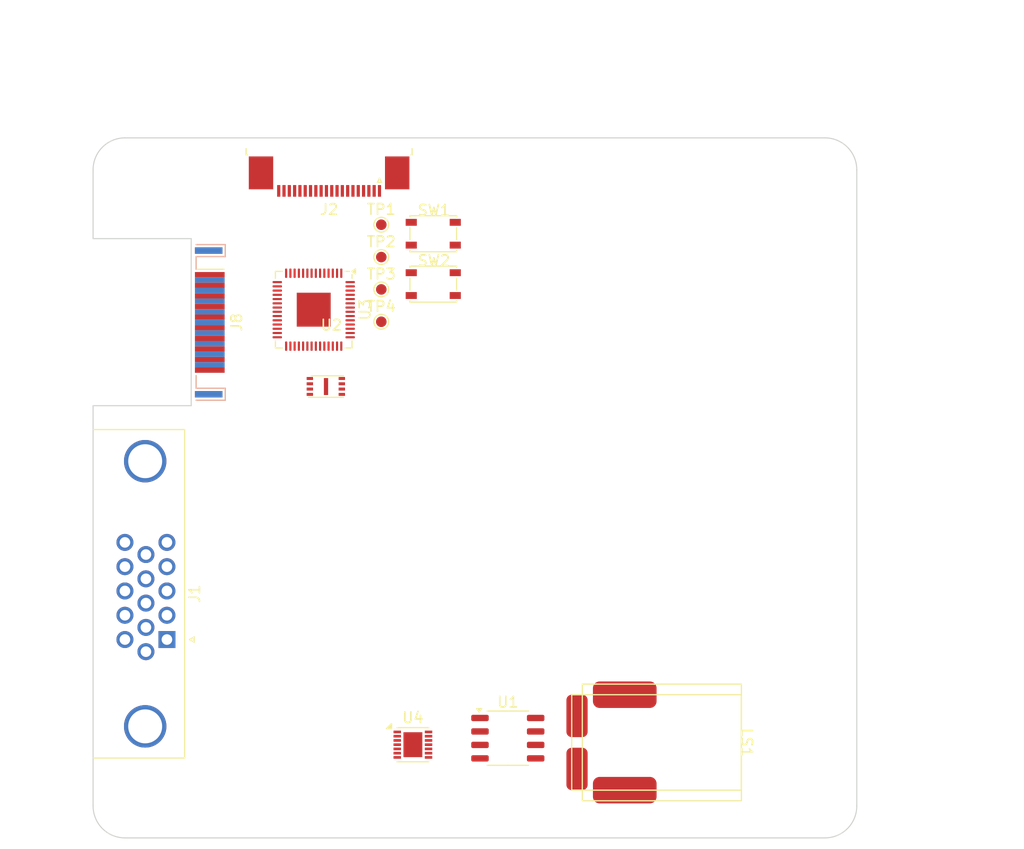
<source format=kicad_pcb>
(kicad_pcb (version 20240108) (generator "pcbnew") (generator_version "8.0")
  (layers (0 "F.Cu" signal) (31 "B.Cu" signal) (34 "B.Paste" user) (35 "F.Paste" user) (36 "B.SilkS" user "B.Silkscreen") (37 "F.SilkS" user "F.Silkscreen") (38 "B.Mask" user) (39 "F.Mask" user) (44 "Edge.Cuts" user))
  (net 0 "")
  (net 4 "GND")
  (net 5 "Net-(J1-Pad1)")
  (net 6 "Net-(J1-Pad14)")
  (net 7 "Net-(J1-Pad2)")
  (net 8 "Net-(J1-Pad13)")
  (net 11 "Net-(J1-Pad3)")
  (net 34 "/rp2040_hdmi/DVI_D0-")
  (net 35 "Net-(J8-CEC)")
  (net 36 "/rp2040_hdmi/DVI_D2+")
  (net 37 "/rp2040_hdmi/DVI_D1-")
  (net 38 "/rp2040_hdmi/DVI_D1+")
  (net 39 "+5V")
  (net 40 "/rp2040_hdmi/uC_DVI_SDA")
  (net 41 "/rp2040_hdmi/DVI_D2-")
  (net 42 "/rp2040_hdmi/DVI_CK-")
  (net 43 "/rp2040_hdmi/DVI_CK+")
  (net 44 "/rp2040_hdmi/DVI_D0+")
  (net 46 "/rp2040_hdmi/uC_DVI_SCL")
  (net 47 "Net-(U1-VOI1)")
  (net 48 "Net-(U1-VO2)")
  (net 49 "/rp2040_hdmi/RUN_~{RST}")
  (net 50 "Net-(R13-Pad2)")
  (net 51 "+3V3")
  (net 52 "/rp2040_hdmi/SWCLK")
  (net 53 "/rp2040_hdmi/SWDIO")
  (net 60 "/rp2040_hdmi/FLASH_SDO")
  (net 61 "/rp2040_hdmi/FLASH_SCK")
  (net 62 "/rp2040_hdmi/FLASH_~{CS}")
  (net 63 "/rp2040_hdmi/FLASH_SD3")
  (net 64 "/rp2040_hdmi/FLASH_SD1")
  (net 65 "/rp2040_hdmi/FLASH_SD2")
  (net 66 "/rp2040_hdmi/RP2040_XOUT")
  (net 67 "/rp2040_hdmi/USB_DX+")
  (net 68 "/rp2040_hdmi/PMOD1_1")
  (net 69 "/rp2040_hdmi/PMOD1_7")
  (net 70 "/rp2040_hdmi/PMOD1_6")
  (net 71 "/rp2040_hdmi/PMOD0_4")
  (net 72 "/rp2040_hdmi/PMOD0_2")
  (net 73 "/rp2040_hdmi/PMOD1_0")
  (net 75 "/rp2040_hdmi/PMOD0_0")
  (net 76 "/rp2040_hdmi/PMOD1_5")
  (net 77 "/rp2040_hdmi/PMOD1_3")
  (net 78 "/rp2040_hdmi/uC_DVI_CEC")
  (net 79 "/rp2040_hdmi/UART_RX")
  (net 80 "+1V1")
  (net 81 "/rp2040_hdmi/USB_DX-")
  (net 82 "/rp2040_hdmi/PMOD1_4")
  (net 83 "/rp2040_hdmi/PMOD0_6")
  (net 84 "/rp2040_hdmi/PMOD1_2")
  (net 85 "/rp2040_hdmi/PMOD0_5")
  (net 86 "/rp2040_hdmi/PMOD0_1")
  (net 87 "/rp2040_hdmi/RP2040_XIN")
  (net 88 "/rp2040_hdmi/PMOD0_7")
  (net 89 "/rp2040_hdmi/UART_TX")
  (net 90 "/rp2040_hdmi/PMOD0_3")
  (net 91 "Net-(U4-CG)")
  (net 92 "Net-(U4-CT)")
  (net 93 "Net-(U4-MICOUT)")
  (net 94 "Net-(U4-BIAS)")
  (net 95 "/max9814/TH")
  (net 96 "Net-(U4-MICBIAS)")
  (net 97 "/max9814/Gain")
  (net 98 "Net-(U4-MICIN)")
  (footprint "Connector_HDMI:HDMI_A_Contact_Technology_HDMI-19APL2_Horizontal" (layer "F.Cu") (at 102 82.4 -90)
    (property "Reference" "J8" (at -0.01 -2.53 90) (layer "F.SilkS"))
    (property "Value" "HDMI_A")
    (fp_line (start -7.34 1.29) (end -7.34 -1.46) (stroke (width 0.12)) (layer "B.SilkS"))
    (fp_line (start -6.21 1.29) (end -5.01 1.29) (stroke (width 0.12)) (layer "B.SilkS"))
    (fp_line (start 6.21 1.29) (end 5.01 1.29) (stroke (width 0.12)) (layer "B.SilkS"))
    (fp_line (start 7.34 1.29) (end 7.34 -1.46) (stroke (width 0.12)) (layer "B.SilkS"))
    (fp_line (start -7.34 -1.46) (end -6.21 -1.46) (stroke (width 0.12)) (layer "B.SilkS"))
    (fp_line (start -6.21 -1.46) (end -6.21 1.29) (stroke (width 0.12)) (layer "B.SilkS"))
    (fp_line (start 6.21 -1.46) (end 6.21 1.29) (stroke (width 0.12)) (layer "B.SilkS"))
    (fp_line (start 7.34 -1.46) (end 6.21 -1.46) (stroke (width 0.12)) (layer "B.SilkS"))
    (fp_line (start -7.34 1.29) (end -7.34 -1.46) (stroke (width 0.12)) (layer "F.SilkS"))
    (fp_line (start -6.21 1.29) (end -5.01 1.29) (stroke (width 0.12)) (layer "F.SilkS"))
    (fp_line (start -5.01 1.29) (end -5.01 -1.34) (stroke (width 0.12)) (layer "F.SilkS"))
    (fp_line (start 6.21 1.29) (end 5.01 1.29) (stroke (width 0.12)) (layer "F.SilkS"))
    (fp_line (start 7.34 1.29) (end 7.34 -1.46) (stroke (width 0.12)) (layer "F.SilkS"))
    (fp_line (start -7.34 -1.46) (end -6.21 -1.46) (stroke (width 0.12)) (layer "F.SilkS"))
    (fp_line (start -6.21 -1.46) (end -6.21 1.29) (stroke (width 0.12)) (layer "F.SilkS"))
    (fp_line (start 6.21 -1.46) (end 6.21 1.29) (stroke (width 0.12)) (layer "F.SilkS"))
    (fp_line (start 7.34 -1.46) (end 6.21 -1.46) (stroke (width 0.12)) (layer "F.SilkS"))
    (pad "1" smd rect (at -4.5 0 270) (size 0.5 2.8) (layers "F.Cu" "F.Paste" "F.Mask") (net 36 "/rp2040_hdmi/DVI_D2+"))
    (pad "2" smd rect (at -4 0 270) (size 0.5 2.8) (layers "B.Cu" "B.Paste" "B.Mask") (net 4 "GND"))
    (pad "3" smd rect (at -3.5 0 270) (size 0.5 2.8) (layers "F.Cu" "F.Paste" "F.Mask") (net 41 "/rp2040_hdmi/DVI_D2-"))
    (pad "4" smd rect (at -3 0 270) (size 0.5 2.8) (layers "B.Cu" "B.Paste" "B.Mask") (net 38 "/rp2040_hdmi/DVI_D1+"))
    (pad "5" smd rect (at -2.5 0 270) (size 0.5 2.8) (layers "F.Cu" "F.Paste" "F.Mask") (net 4 "GND"))
    (pad "6" smd rect (at -2 0 270) (size 0.5 2.8) (layers "B.Cu" "B.Paste" "B.Mask") (net 37 "/rp2040_hdmi/DVI_D1-"))
    (pad "7" smd rect (at -1.5 0 270) (size 0.5 2.8) (layers "F.Cu" "F.Paste" "F.Mask") (net 44 "/rp2040_hdmi/DVI_D0+"))
    (pad "8" smd rect (at -1 0 270) (size 0.5 2.8) (layers "B.Cu" "B.Paste" "B.Mask") (net 4 "GND"))
    (pad "9" smd rect (at -0.5 0 270) (size 0.5 2.8) (layers "F.Cu" "F.Paste" "F.Mask") (net 34 "/rp2040_hdmi/DVI_D0-"))
    (pad "10" smd rect (at 0 0 270) (size 0.5 2.8) (layers "B.Cu" "B.Paste" "B.Mask") (net 43 "/rp2040_hdmi/DVI_CK+"))
    (pad "11" smd rect (at 0.5 0 270) (size 0.5 2.8) (layers "F.Cu" "F.Paste" "F.Mask") (net 4 "GND"))
    (pad "12" smd rect (at 1 0 270) (size 0.5 2.8) (layers "B.Cu" "B.Paste" "B.Mask") (net 42 "/rp2040_hdmi/DVI_CK-"))
    (pad "13" smd rect (at 1.5 0 270) (size 0.5 2.8) (layers "F.Cu" "F.Paste" "F.Mask") (net 35 "Net-(J8-CEC)"))
    (pad "14" smd rect (at 2 0 270) (size 0.5 2.8) (layers "B.Cu" "B.Paste" "B.Mask"))
    (pad "15" smd rect (at 2.5 0 270) (size 0.5 2.8) (layers "F.Cu" "F.Paste" "F.Mask") (net 46 "/rp2040_hdmi/uC_DVI_SCL"))
    (pad "16" smd rect (at 3 0 270) (size 0.5 2.8) (layers "B.Cu" "B.Paste" "B.Mask") (net 40 "/rp2040_hdmi/uC_DVI_SDA"))
    (pad "17" smd rect (at 3.5 0 270) (size 0.5 2.8) (layers "F.Cu" "F.Paste" "F.Mask") (net 4 "GND"))
    (pad "18" smd rect (at 4 0 270) (size 0.5 2.8) (layers "B.Cu" "B.Paste" "B.Mask") (net 39 "+5V"))
    (pad "19" smd rect (at 4.5 0 270) (size 0.5 2.8) (layers "F.Cu" "F.Paste" "F.Mask"))
    (pad "SH" smd rect (at -6.775 0.1 270) (size 0.6 2.6) (layers "F.Cu" "F.Paste" "F.Mask") (net 4 "GND"))
    (pad "SH" smd rect (at -6.775 0.1 270) (size 0.6 2.6) (layers "B.Cu" "B.Paste" "B.Mask") (net 4 "GND"))
    (pad "SH" smd rect (at 6.775 0.1 270) (size 0.6 2.6) (layers "F.Cu" "F.Paste" "F.Mask") (net 4 "GND"))
    (pad "SH" smd rect (at 6.775 0.1 270) (size 0.6 2.6) (layers "B.Cu" "B.Paste" "B.Mask") (net 4 "GND"))
  )
  (footprint "my_footprint:KEY-SMD_4P-L4.2-W3.4-P2.15-LS4.5-TL" (layer "F.Cu") (at 123.127 74.1105)
    (property "Reference" "SW1" (at 0 -2.286 0) (layer "F.SilkS"))
    (property "Value" "SW_Push")
    (fp_line (start -2.256 -1.772) (end -2.256 -1.652) (stroke (width 0.12)) (layer "F.SilkS"))
    (fp_line (start -2.256 -0.642) (end -2.256 0.498) (stroke (width 0.12)) (layer "F.SilkS"))
    (fp_line (start -2.256 1.508) (end -2.256 1.628) (stroke (width 0.12)) (layer "F.SilkS"))
    (fp_line (start -2.256 1.628) (end 2.144 1.628) (stroke (width 0.12)) (layer "F.SilkS"))
    (fp_line (start 2.144 -1.772) (end -2.256 -1.772) (stroke (width 0.12)) (layer "F.SilkS"))
    (fp_line (start 2.144 -1.652) (end 2.144 -1.772) (stroke (width 0.12)) (layer "F.SilkS"))
    (fp_line (start 2.144 0.498) (end 2.144 -0.642) (stroke (width 0.12)) (layer "F.SilkS"))
    (fp_line (start 2.144 1.628) (end 2.144 1.508) (stroke (width 0.12)) (layer "F.SilkS"))
    (pad "1" smd rect (at -2.131 -1.147) (size 1.05 0.65) (layers "F.Cu" "F.Paste" "F.Mask") (net 4 "GND"))
    (pad "1" smd rect (at 2.019 -1.147) (size 1.05 0.65) (layers "F.Cu" "F.Paste" "F.Mask") (net 4 "GND"))
    (pad "2" smd rect (at -2.131 1.003) (size 1.05 0.65) (layers "F.Cu" "F.Paste" "F.Mask") (net 49 "/rp2040_hdmi/RUN_~{RST}"))
    (pad "2" smd rect (at 2.019 1.003) (size 1.05 0.65) (layers "F.Cu" "F.Paste" "F.Mask") (net 49 "/rp2040_hdmi/RUN_~{RST}"))
  )
  (footprint "my_footprint:KEY-SMD_4P-L4.2-W3.4-P2.15-LS4.5-TL" (layer "F.Cu") (at 123.127 78.8605)
    (property "Reference" "SW2" (at 0 -2.286 0) (layer "F.SilkS"))
    (property "Value" "SW_Push")
    (fp_line (start -2.256 -1.772) (end -2.256 -1.652) (stroke (width 0.12)) (layer "F.SilkS"))
    (fp_line (start -2.256 -0.642) (end -2.256 0.498) (stroke (width 0.12)) (layer "F.SilkS"))
    (fp_line (start -2.256 1.508) (end -2.256 1.628) (stroke (width 0.12)) (layer "F.SilkS"))
    (fp_line (start -2.256 1.628) (end 2.144 1.628) (stroke (width 0.12)) (layer "F.SilkS"))
    (fp_line (start 2.144 -1.772) (end -2.256 -1.772) (stroke (width 0.12)) (layer "F.SilkS"))
    (fp_line (start 2.144 -1.652) (end 2.144 -1.772) (stroke (width 0.12)) (layer "F.SilkS"))
    (fp_line (start 2.144 0.498) (end 2.144 -0.642) (stroke (width 0.12)) (layer "F.SilkS"))
    (fp_line (start 2.144 1.628) (end 2.144 1.508) (stroke (width 0.12)) (layer "F.SilkS"))
    (pad "1" smd rect (at -2.131 -1.147) (size 1.05 0.65) (layers "F.Cu" "F.Paste" "F.Mask") (net 4 "GND"))
    (pad "1" smd rect (at 2.019 -1.147) (size 1.05 0.65) (layers "F.Cu" "F.Paste" "F.Mask") (net 4 "GND"))
    (pad "2" smd rect (at -2.131 1.003) (size 1.05 0.65) (layers "F.Cu" "F.Paste" "F.Mask") (net 50 "Net-(R13-Pad2)"))
    (pad "2" smd rect (at 2.019 1.003) (size 1.05 0.65) (layers "F.Cu" "F.Paste" "F.Mask") (net 50 "Net-(R13-Pad2)"))
  )
  (footprint "MountingHole:MountingHole_2.2mm_M2" (layer "F.Cu") (at 94 68)
    (property "Reference" "H1" (hide yes))
    (property "Value" "MountingHole")
    (pad "" np_thru_hole circle (at 0 0) (size 2.2 2.2) (drill 2.2) (layers "F&B.Cu" "*.Mask"))
  )
  (footprint "TestPoint:TestPoint_Pad_D1.0mm" (layer "F.Cu") (at 118.171 76.2385)
    (property "Reference" "TP2" (at 0 -1.448 0) (layer "F.SilkS"))
    (property "Value" "TestPoint")
    (fp_circle (center 0 0) (end 0 0.7) (stroke (width 0.12)) (fill none) (layer "F.SilkS"))
    (pad "1" smd circle (at 0 0) (size 1 1) (layers "F.Cu" "F.Mask") (net 52 "/rp2040_hdmi/SWCLK"))
  )
  (footprint "MountingHole:MountingHole_2.2mm_M2" (layer "F.Cu") (at 160 68)
    (property "Reference" "H3" (hide yes))
    (property "Value" "MountingHole")
    (pad "" np_thru_hole circle (at 0 0) (size 2.2 2.2) (drill 2.2) (layers "F&B.Cu" "*.Mask"))
  )
  (footprint "Package_DFN_QFN:DFN-14-1EP_3x3mm_P0.4mm_EP1.78x2.35mm" (layer "F.Cu") (at 121.15 122.2125)
    (property "Reference" "U4" (at 0 -2.55 0) (layer "F.SilkS"))
    (property "Value" "MAX9814")
    (fp_line (start -1.5 -1.61) (end 1.5 -1.61) (stroke (width 0.12)) (layer "F.SilkS"))
    (fp_line (start -1.5 1.61) (end 1.5 1.61) (stroke (width 0.12)) (layer "F.SilkS"))
    (fp_poly (pts (xy -2.01 -1.51) (xy -2.49 -1.51) (xy -2.01 -1.99) (xy -2.01 -1.51)) (stroke (width 0.12)) (fill solid) (layer "F.SilkS"))
    (pad "1" smd rect (at -1.475 -1.2) (size 0.7 0.25) (layers "F.Cu" "F.Paste" "F.Mask") (net 92 "Net-(U4-CT)"))
    (pad "2" smd rect (at -1.475 -0.8) (size 0.7 0.25) (layers "F.Cu" "F.Paste" "F.Mask") (net 51 "+3V3"))
    (pad "3" smd rect (at -1.475 -0.4) (size 0.7 0.25) (layers "F.Cu" "F.Paste" "F.Mask") (net 91 "Net-(U4-CG)"))
    (pad "4" smd rect (at -1.475 0) (size 0.7 0.25) (layers "F.Cu" "F.Paste" "F.Mask") (net 4 "GND"))
    (pad "5" smd rect (at -1.475 0.4) (size 0.7 0.25) (layers "F.Cu" "F.Paste" "F.Mask") (net 51 "+3V3"))
    (pad "6" smd rect (at -1.475 0.8) (size 0.7 0.25) (layers "F.Cu" "F.Paste" "F.Mask") (net 93 "Net-(U4-MICOUT)"))
    (pad "7" smd rect (at -1.475 1.2) (size 0.7 0.25) (layers "F.Cu" "F.Paste" "F.Mask") (net 4 "GND"))
    (pad "8" smd rect (at 1.475 1.2) (size 0.7 0.25) (layers "F.Cu" "F.Paste" "F.Mask") (net 98 "Net-(U4-MICIN)"))
    (pad "9" smd rect (at 1.475 0.8) (size 0.7 0.25) (layers "F.Cu" "F.Paste" "F.Mask") (net 4 "GND"))
    (pad "10" smd rect (at 1.475 0.4) (size 0.7 0.25) (layers "F.Cu" "F.Paste" "F.Mask") (net 97 "/max9814/Gain"))
    (pad "11" smd rect (at 1.475 0) (size 0.7 0.25) (layers "F.Cu" "F.Paste" "F.Mask") (net 4 "GND"))
    (pad "12" smd rect (at 1.475 -0.4) (size 0.7 0.25) (layers "F.Cu" "F.Paste" "F.Mask") (net 94 "Net-(U4-BIAS)"))
    (pad "13" smd rect (at 1.475 -0.8) (size 0.7 0.25) (layers "F.Cu" "F.Paste" "F.Mask") (net 96 "Net-(U4-MICBIAS)"))
    (pad "14" smd rect (at 1.475 -1.2) (size 0.7 0.25) (layers "F.Cu" "F.Paste" "F.Mask") (net 95 "/max9814/TH"))
    (pad "15" smd rect (at 0 0) (size 1.78 2.35) (layers "F.Cu" "F.Mask") (net 4 "GND"))
  )
  (footprint "TestPoint:TestPoint_Pad_D1.0mm" (layer "F.Cu") (at 118.171 79.2885)
    (property "Reference" "TP3" (at 0 -1.448 0) (layer "F.SilkS"))
    (property "Value" "TestPoint")
    (fp_circle (center 0 0) (end 0 0.7) (stroke (width 0.12)) (fill none) (layer "F.SilkS"))
    (pad "1" smd circle (at 0 0) (size 1 1) (layers "F.Cu" "F.Mask") (net 53 "/rp2040_hdmi/SWDIO"))
  )
  (footprint "Connector_FFC-FPC:TE_2-1734839-0_1x20-1MP_P0.5mm_Horizontal" (layer "F.Cu") (at 113.25 68.65 180)
    (property "Reference" "J2" (at 0 -3.1 180) (layer "F.SilkS"))
    (property "Value" "Conn_01x20_MountingPin")
    (fp_line (start 7.825 2.04) (end 7.825 2.64) (stroke (width 0.12)) (layer "F.SilkS"))
    (fp_line (start 7.715 2.04) (end 7.825 2.04) (stroke (width 0.12)) (layer "F.SilkS"))
    (fp_line (start -4.55 -0.55) (end -4.95 -0.55) (stroke (width 0.12)) (layer "F.SilkS"))
    (fp_line (start -4.75 -0.15) (end -4.55 -0.55) (stroke (width 0.12)) (layer "F.SilkS"))
    (fp_line (start -4.95 -0.55) (end -4.75 -0.15) (stroke (width 0.12)) (layer "F.SilkS"))
    (fp_line (start -7.715 2.04) (end -7.825 2.04) (stroke (width 0.12)) (layer "F.SilkS"))
    (fp_line (start -7.825 2.04) (end -7.825 2.64) (stroke (width 0.12)) (layer "F.SilkS"))
    (pad "1" smd rect (at -4.75 -1.35 180) (size 0.3 1.1) (layers "F.Cu" "F.Paste" "F.Mask"))
    (pad "2" smd rect (at -4.25 -1.35 180) (size 0.3 1.1) (layers "F.Cu" "F.Paste" "F.Mask"))
    (pad "3" smd rect (at -3.75 -1.35 180) (size 0.3 1.1) (layers "F.Cu" "F.Paste" "F.Mask"))
    (pad "4" smd rect (at -3.25 -1.35 180) (size 0.3 1.1) (layers "F.Cu" "F.Paste" "F.Mask"))
    (pad "5" smd rect (at -2.75 -1.35 180) (size 0.3 1.1) (layers "F.Cu" "F.Paste" "F.Mask"))
    (pad "6" smd rect (at -2.25 -1.35 180) (size 0.3 1.1) (layers "F.Cu" "F.Paste" "F.Mask"))
    (pad "7" smd rect (at -1.75 -1.35 180) (size 0.3 1.1) (layers "F.Cu" "F.Paste" "F.Mask"))
    (pad "8" smd rect (at -1.25 -1.35 180) (size 0.3 1.1) (layers "F.Cu" "F.Paste" "F.Mask"))
    (pad "9" smd rect (at -0.75 -1.35 180) (size 0.3 1.1) (layers "F.Cu" "F.Paste" "F.Mask"))
    (pad "10" smd rect (at -0.25 -1.35 180) (size 0.3 1.1) (layers "F.Cu" "F.Paste" "F.Mask"))
    (pad "11" smd rect (at 0.25 -1.35 180) (size 0.3 1.1) (layers "F.Cu" "F.Paste" "F.Mask"))
    (pad "12" smd rect (at 0.75 -1.35 180) (size 0.3 1.1) (layers "F.Cu" "F.Paste" "F.Mask"))
    (pad "13" smd rect (at 1.25 -1.35 180) (size 0.3 1.1) (layers "F.Cu" "F.Paste" "F.Mask"))
    (pad "14" smd rect (at 1.75 -1.35 180) (size 0.3 1.1) (layers "F.Cu" "F.Paste" "F.Mask"))
    (pad "15" smd rect (at 2.25 -1.35 180) (size 0.3 1.1) (layers "F.Cu" "F.Paste" "F.Mask"))
    (pad "16" smd rect (at 2.75 -1.35 180) (size 0.3 1.1) (layers "F.Cu" "F.Paste" "F.Mask"))
    (pad "17" smd rect (at 3.25 -1.35 180) (size 0.3 1.1) (layers "F.Cu" "F.Paste" "F.Mask"))
    (pad "18" smd rect (at 3.75 -1.35 180) (size 0.3 1.1) (layers "F.Cu" "F.Paste" "F.Mask"))
    (pad "19" smd rect (at 4.25 -1.35 180) (size 0.3 1.1) (layers "F.Cu" "F.Paste" "F.Mask"))
    (pad "20" smd rect (at 4.75 -1.35 180) (size 0.3 1.1) (layers "F.Cu" "F.Paste" "F.Mask"))
    (pad "MP" smd rect (at -6.42 0.35 180) (size 2.3 3.1) (layers "F.Cu" "F.Paste" "F.Mask"))
    (pad "MP" smd rect (at 6.42 0.35 180) (size 2.3 3.1) (layers "F.Cu" "F.Paste" "F.Mask"))
  )
  (footprint "Package_SO:SOP-8_3.9x4.9mm_P1.27mm" (layer "F.Cu") (at 130.1 121.6)
    (property "Reference" "U1" (at 0 -3.4 0) (layer "F.SilkS"))
    (property "Value" "FM8002A")
    (fp_line (start 0 -2.56) (end -1.95 -2.56) (stroke (width 0.12)) (layer "F.SilkS"))
    (fp_line (start 0 -2.56) (end 1.95 -2.56) (stroke (width 0.12)) (layer "F.SilkS"))
    (fp_line (start 0 2.56) (end -1.95 2.56) (stroke (width 0.12)) (layer "F.SilkS"))
    (fp_line (start 0 2.56) (end 1.95 2.56) (stroke (width 0.12)) (layer "F.SilkS"))
    (fp_poly (pts (xy -2.7 -2.465) (xy -2.94 -2.795) (xy -2.46 -2.795) (xy -2.7 -2.465)) (stroke (width 0.12)) (fill solid) (layer "F.SilkS"))
    (pad "1" smd roundrect (at -2.625 -1.905) (size 1.65 0.6) (layers "F.Cu" "F.Paste" "F.Mask"))
    (pad "2" smd roundrect (at -2.625 -0.635) (size 1.65 0.6) (layers "F.Cu" "F.Paste" "F.Mask"))
    (pad "3" smd roundrect (at -2.625 0.635) (size 1.65 0.6) (layers "F.Cu" "F.Paste" "F.Mask"))
    (pad "4" smd roundrect (at -2.625 1.905) (size 1.65 0.6) (layers "F.Cu" "F.Paste" "F.Mask"))
    (pad "5" smd roundrect (at 2.625 1.905) (size 1.65 0.6) (layers "F.Cu" "F.Paste" "F.Mask") (net 47 "Net-(U1-VOI1)"))
    (pad "6" smd roundrect (at 2.625 0.635) (size 1.65 0.6) (layers "F.Cu" "F.Paste" "F.Mask"))
    (pad "7" smd roundrect (at 2.625 -0.635) (size 1.65 0.6) (layers "F.Cu" "F.Paste" "F.Mask"))
    (pad "8" smd roundrect (at 2.625 -1.905) (size 1.65 0.6) (layers "F.Cu" "F.Paste" "F.Mask") (net 48 "Net-(U1-VO2)"))
  )
  (footprint "my_device:speaker_1511_1609" (layer "F.Cu") (at 152.125 122 -90)
    (property "Reference" "LS1" (at 0 -0.5 -90) (layer "F.SilkS"))
    (property "Value" "Speaker")
    (fp_rect (start -5.5 0) (end 5.5 15) (stroke (width 0.12)) (fill none) (layer "F.SilkS"))
    (fp_rect (start -4.5 0) (end 4.5 16) (stroke (width 0.12)) (fill none) (layer "F.SilkS"))
    (pad "1" smd roundrect (at -4.5 11) (size 6 2.5) (layers "F.Cu" "F.Paste" "F.Mask") (net 48 "Net-(U1-VO2)"))
    (pad "1" smd roundrect (at -2.5 15.5 270) (size 4 2) (layers "F.Cu" "F.Paste" "F.Mask") (net 48 "Net-(U1-VO2)"))
    (pad "2" smd roundrect (at 2.5 15.5 270) (size 4 2) (layers "F.Cu" "F.Paste" "F.Mask") (net 47 "Net-(U1-VOI1)"))
    (pad "2" smd roundrect (at 4.5 11 270) (size 2.5 6) (layers "F.Cu" "F.Paste" "F.Mask") (net 47 "Net-(U1-VOI1)"))
  )
  (footprint "TestPoint:TestPoint_Pad_D1.0mm" (layer "F.Cu") (at 118.171 82.3385)
    (property "Reference" "TP4" (at 0 -1.448 0) (layer "F.SilkS"))
    (property "Value" "TestPoint")
    (fp_circle (center 0 0) (end 0 0.7) (stroke (width 0.12)) (fill none) (layer "F.SilkS"))
    (pad "1" smd circle (at 0 0) (size 1 1) (layers "F.Cu" "F.Mask") (net 4 "GND"))
  )
  (footprint "TestPoint:TestPoint_Pad_D1.0mm" (layer "F.Cu") (at 118.171 73.1885)
    (property "Reference" "TP1" (at 0 -1.448 0) (layer "F.SilkS"))
    (property "Value" "TestPoint")
    (fp_circle (center 0 0) (end 0 0.7) (stroke (width 0.12)) (fill none) (layer "F.SilkS"))
    (pad "1" smd circle (at 0 0) (size 1 1) (layers "F.Cu" "F.Mask") (net 51 "+3V3"))
  )
  (footprint "MountingHole:MountingHole_2.2mm_M2" (layer "F.Cu") (at 94 128)
    (property "Reference" "H2" (hide yes))
    (property "Value" "MountingHole")
    (pad "" np_thru_hole circle (at 0 0) (size 2.2 2.2) (drill 2.2) (layers "F&B.Cu" "*.Mask"))
  )
  (footprint "my_chips:USON-8" (layer "F.Cu") (at 112.959 88.4475)
    (property "Reference" "U2" (at 0.508 -5.794 0) (layer "F.SilkS"))
    (property "Value" "W25Q16")
    (fp_line (start -1.651 1.016) (end 1.651 1.016) (stroke (width 0.12)) (layer "F.SilkS"))
    (fp_line (start -1.397 -1.016) (end 1.651 -1.016) (stroke (width 0.12)) (layer "F.SilkS"))
    (pad "1" smd rect (at -1.524 -0.762) (size 0.6 0.28) (layers "F.Cu" "F.Paste" "F.Mask") (net 62 "/rp2040_hdmi/FLASH_~{CS}"))
    (pad "2" smd rect (at -1.524 -0.262) (size 0.6 0.28) (layers "F.Cu" "F.Paste" "F.Mask") (net 64 "/rp2040_hdmi/FLASH_SD1"))
    (pad "3" smd rect (at -1.524 0.238) (size 0.6 0.28) (layers "F.Cu" "F.Paste" "F.Mask") (net 65 "/rp2040_hdmi/FLASH_SD2"))
    (pad "4" smd rect (at -1.524 0.738) (size 0.6 0.28) (layers "F.Cu" "F.Paste" "F.Mask") (net 4 "GND"))
    (pad "5" smd rect (at 1.491 0.738) (size 0.6 0.28) (layers "F.Cu" "F.Paste" "F.Mask") (net 60 "/rp2040_hdmi/FLASH_SDO"))
    (pad "6" smd rect (at 1.491 0.238) (size 0.6 0.28) (layers "F.Cu" "F.Paste" "F.Mask") (net 61 "/rp2040_hdmi/FLASH_SCK"))
    (pad "7" smd rect (at 1.491 -0.262) (size 0.6 0.28) (layers "F.Cu" "F.Paste" "F.Mask") (net 63 "/rp2040_hdmi/FLASH_SD3"))
    (pad "8" smd rect (at 1.491 -0.762) (size 0.6 0.28) (layers "F.Cu" "F.Paste" "F.Mask") (net 51 "+3V3"))
    (pad "9" smd rect (at 0 0) (size 0.4 1.6) (layers "F.Cu" "F.Paste" "F.Mask"))
  )
  (footprint "Package_DFN_QFN:QFN-56-1EP_7x7mm_P0.4mm_EP3.2x3.2mm" (layer "F.Cu") (at 111.8 81.2 -90)
    (property "Reference" "U3" (at 0 -4.83 90) (layer "F.SilkS"))
    (property "Value" "RP2040")
    (fp_line (start -3.61 3.61) (end -3.61 2.96) (stroke (width 0.12)) (layer "F.SilkS"))
    (fp_line (start -2.96 3.61) (end -3.61 3.61) (stroke (width 0.12)) (layer "F.SilkS"))
    (fp_line (start 2.96 3.61) (end 3.61 3.61) (stroke (width 0.12)) (layer "F.SilkS"))
    (fp_line (start 3.61 3.61) (end 3.61 2.96) (stroke (width 0.12)) (layer "F.SilkS"))
    (fp_line (start -3.61 -2.96) (end -3.61 -3.37) (stroke (width 0.12)) (layer "F.SilkS"))
    (fp_line (start -2.96 -3.61) (end -3.31 -3.61) (stroke (width 0.12)) (layer "F.SilkS"))
    (fp_line (start 2.96 -3.61) (end 3.61 -3.61) (stroke (width 0.12)) (layer "F.SilkS"))
    (fp_line (start 3.61 -3.61) (end 3.61 -2.96) (stroke (width 0.12)) (layer "F.SilkS"))
    (fp_poly (pts (xy -3.61 -3.61) (xy -3.85 -3.94) (xy -3.37 -3.94) (xy -3.61 -3.61)) (stroke (width 0.12)) (fill solid) (layer "F.SilkS"))
    (pad "1" smd roundrect (at -3.4375 -2.6 270) (size 0.875 0.2) (layers "F.Cu" "F.Paste" "F.Mask") (net 51 "+3V3"))
    (pad "2" smd roundrect (at -3.4375 -2.2 270) (size 0.875 0.2) (layers "F.Cu" "F.Paste" "F.Mask") (net 75 "/rp2040_hdmi/PMOD0_0"))
    (pad "3" smd roundrect (at -3.4375 -1.8 270) (size 0.875 0.2) (layers "F.Cu" "F.Paste" "F.Mask") (net 86 "/rp2040_hdmi/PMOD0_1"))
    (pad "4" smd roundrect (at -3.4375 -1.4 270) (size 0.875 0.2) (layers "F.Cu" "F.Paste" "F.Mask") (net 72 "/rp2040_hdmi/PMOD0_2"))
    (pad "5" smd roundrect (at -3.4375 -1 270) (size 0.875 0.2) (layers "F.Cu" "F.Paste" "F.Mask") (net 90 "/rp2040_hdmi/PMOD0_3"))
    (pad "6" smd roundrect (at -3.4375 -0.6 270) (size 0.875 0.2) (layers "F.Cu" "F.Paste" "F.Mask") (net 71 "/rp2040_hdmi/PMOD0_4"))
    (pad "7" smd roundrect (at -3.4375 -0.2 270) (size 0.875 0.2) (layers "F.Cu" "F.Paste" "F.Mask") (net 85 "/rp2040_hdmi/PMOD0_5"))
    (pad "8" smd roundrect (at -3.4375 0.2 270) (size 0.875 0.2) (layers "F.Cu" "F.Paste" "F.Mask") (net 83 "/rp2040_hdmi/PMOD0_6"))
    (pad "9" smd roundrect (at -3.4375 0.6 270) (size 0.875 0.2) (layers "F.Cu" "F.Paste" "F.Mask") (net 88 "/rp2040_hdmi/PMOD0_7"))
    (pad "10" smd roundrect (at -3.4375 1 270) (size 0.875 0.2) (layers "F.Cu" "F.Paste" "F.Mask") (net 51 "+3V3"))
    (pad "11" smd roundrect (at -3.4375 1.4 270) (size 0.875 0.2) (layers "F.Cu" "F.Paste" "F.Mask") (net 42 "/rp2040_hdmi/DVI_CK-"))
    (pad "12" smd roundrect (at -3.4375 1.8 270) (size 0.875 0.2) (layers "F.Cu" "F.Paste" "F.Mask") (net 43 "/rp2040_hdmi/DVI_CK+"))
    (pad "13" smd roundrect (at -3.4375 2.2 270) (size 0.875 0.2) (layers "F.Cu" "F.Paste" "F.Mask") (net 34 "/rp2040_hdmi/DVI_D0-"))
    (pad "14" smd roundrect (at -3.4375 2.6 270) (size 0.875 0.2) (layers "F.Cu" "F.Paste" "F.Mask") (net 44 "/rp2040_hdmi/DVI_D0+"))
    (pad "15" smd roundrect (at -2.6 3.4375 270) (size 0.2 0.875) (layers "F.Cu" "F.Paste" "F.Mask") (net 37 "/rp2040_hdmi/DVI_D1-"))
    (pad "16" smd roundrect (at -2.2 3.4375 270) (size 0.2 0.875) (layers "F.Cu" "F.Paste" "F.Mask") (net 38 "/rp2040_hdmi/DVI_D1+"))
    (pad "17" smd roundrect (at -1.8 3.4375 270) (size 0.2 0.875) (layers "F.Cu" "F.Paste" "F.Mask") (net 41 "/rp2040_hdmi/DVI_D2-"))
    (pad "18" smd roundrect (at -1.4 3.4375 270) (size 0.2 0.875) (layers "F.Cu" "F.Paste" "F.Mask") (net 36 "/rp2040_hdmi/DVI_D2+"))
    (pad "19" smd roundrect (at -1 3.4375 270) (size 0.2 0.875) (layers "F.Cu" "F.Paste" "F.Mask") (net 4 "GND"))
    (pad "20" smd roundrect (at -0.6 3.4375 270) (size 0.2 0.875) (layers "F.Cu" "F.Paste" "F.Mask") (net 87 "/rp2040_hdmi/RP2040_XIN"))
    (pad "21" smd roundrect (at -0.2 3.4375 270) (size 0.2 0.875) (layers "F.Cu" "F.Paste" "F.Mask") (net 66 "/rp2040_hdmi/RP2040_XOUT"))
    (pad "22" smd roundrect (at 0.2 3.4375 270) (size 0.2 0.875) (layers "F.Cu" "F.Paste" "F.Mask") (net 51 "+3V3"))
    (pad "23" smd roundrect (at 0.6 3.4375 270) (size 0.2 0.875) (layers "F.Cu" "F.Paste" "F.Mask") (net 80 "+1V1"))
    (pad "24" smd roundrect (at 1 3.4375 270) (size 0.2 0.875) (layers "F.Cu" "F.Paste" "F.Mask") (net 52 "/rp2040_hdmi/SWCLK"))
    (pad "25" smd roundrect (at 1.4 3.4375 270) (size 0.2 0.875) (layers "F.Cu" "F.Paste" "F.Mask") (net 53 "/rp2040_hdmi/SWDIO"))
    (pad "26" smd roundrect (at 1.8 3.4375 270) (size 0.2 0.875) (layers "F.Cu" "F.Paste" "F.Mask") (net 49 "/rp2040_hdmi/RUN_~{RST}"))
    (pad "27" smd roundrect (at 2.2 3.4375 270) (size 0.2 0.875) (layers "F.Cu" "F.Paste" "F.Mask") (net 89 "/rp2040_hdmi/UART_TX"))
    (pad "28" smd roundrect (at 2.6 3.4375 270) (size 0.2 0.875) (layers "F.Cu" "F.Paste" "F.Mask") (net 79 "/rp2040_hdmi/UART_RX"))
    (pad "29" smd roundrect (at 3.4375 2.6 270) (size 0.875 0.2) (layers "F.Cu" "F.Paste" "F.Mask") (net 40 "/rp2040_hdmi/uC_DVI_SDA"))
    (pad "30" smd roundrect (at 3.4375 2.2 270) (size 0.875 0.2) (layers "F.Cu" "F.Paste" "F.Mask") (net 46 "/rp2040_hdmi/uC_DVI_SCL"))
    (pad "31" smd roundrect (at 3.4375 1.8 270) (size 0.875 0.2) (layers "F.Cu" "F.Paste" "F.Mask") (net 78 "/rp2040_hdmi/uC_DVI_CEC"))
    (pad "32" smd roundrect (at 3.4375 1.4 270) (size 0.875 0.2) (layers "F.Cu" "F.Paste" "F.Mask"))
    (pad "33" smd roundrect (at 3.4375 1 270) (size 0.875 0.2) (layers "F.Cu" "F.Paste" "F.Mask") (net 51 "+3V3"))
    (pad "34" smd roundrect (at 3.4375 0.6 270) (size 0.875 0.2) (layers "F.Cu" "F.Paste" "F.Mask") (net 73 "/rp2040_hdmi/PMOD1_0"))
    (pad "35" smd roundrect (at 3.4375 0.2 270) (size 0.875 0.2) (layers "F.Cu" "F.Paste" "F.Mask") (net 68 "/rp2040_hdmi/PMOD1_1"))
    (pad "36" smd roundrect (at 3.4375 -0.2 270) (size 0.875 0.2) (layers "F.Cu" "F.Paste" "F.Mask") (net 84 "/rp2040_hdmi/PMOD1_2"))
    (pad "37" smd roundrect (at 3.4375 -0.6 270) (size 0.875 0.2) (layers "F.Cu" "F.Paste" "F.Mask") (net 77 "/rp2040_hdmi/PMOD1_3"))
    (pad "38" smd roundrect (at 3.4375 -1 270) (size 0.875 0.2) (layers "F.Cu" "F.Paste" "F.Mask") (net 82 "/rp2040_hdmi/PMOD1_4"))
    (pad "39" smd roundrect (at 3.4375 -1.4 270) (size 0.875 0.2) (layers "F.Cu" "F.Paste" "F.Mask") (net 76 "/rp2040_hdmi/PMOD1_5"))
    (pad "40" smd roundrect (at 3.4375 -1.8 270) (size 0.875 0.2) (layers "F.Cu" "F.Paste" "F.Mask") (net 70 "/rp2040_hdmi/PMOD1_6"))
    (pad "41" smd roundrect (at 3.4375 -2.2 270) (size 0.875 0.2) (layers "F.Cu" "F.Paste" "F.Mask") (net 69 "/rp2040_hdmi/PMOD1_7"))
    (pad "42" smd roundrect (at 3.4375 -2.6 270) (size 0.875 0.2) (layers "F.Cu" "F.Paste" "F.Mask") (net 51 "+3V3"))
    (pad "43" smd roundrect (at 2.6 -3.4375 270) (size 0.2 0.875) (layers "F.Cu" "F.Paste" "F.Mask") (net 51 "+3V3"))
    (pad "44" smd roundrect (at 2.2 -3.4375 270) (size 0.2 0.875) (layers "F.Cu" "F.Paste" "F.Mask") (net 51 "+3V3"))
    (pad "45" smd roundrect (at 1.8 -3.4375 270) (size 0.2 0.875) (layers "F.Cu" "F.Paste" "F.Mask") (net 80 "+1V1"))
    (pad "46" smd roundrect (at 1.4 -3.4375 270) (size 0.2 0.875) (layers "F.Cu" "F.Paste" "F.Mask") (net 81 "/rp2040_hdmi/USB_DX-"))
    (pad "47" smd roundrect (at 1 -3.4375 270) (size 0.2 0.875) (layers "F.Cu" "F.Paste" "F.Mask") (net 67 "/rp2040_hdmi/USB_DX+"))
    (pad "48" smd roundrect (at 0.6 -3.4375 270) (size 0.2 0.875) (layers "F.Cu" "F.Paste" "F.Mask") (net 51 "+3V3"))
    (pad "49" smd roundrect (at 0.2 -3.4375 270) (size 0.2 0.875) (layers "F.Cu" "F.Paste" "F.Mask") (net 51 "+3V3"))
    (pad "50" smd roundrect (at -0.2 -3.4375 270) (size 0.2 0.875) (layers "F.Cu" "F.Paste" "F.Mask") (net 80 "+1V1"))
    (pad "51" smd roundrect (at -0.6 -3.4375 270) (size 0.2 0.875) (layers "F.Cu" "F.Paste" "F.Mask") (net 63 "/rp2040_hdmi/FLASH_SD3"))
    (pad "52" smd roundrect (at -1 -3.4375 270) (size 0.2 0.875) (layers "F.Cu" "F.Paste" "F.Mask") (net 61 "/rp2040_hdmi/FLASH_SCK"))
    (pad "53" smd roundrect (at -1.4 -3.4375 270) (size 0.2 0.875) (layers "F.Cu" "F.Paste" "F.Mask") (net 60 "/rp2040_hdmi/FLASH_SDO"))
    (pad "54" smd roundrect (at -1.8 -3.4375 270) (size 0.2 0.875) (layers "F.Cu" "F.Paste" "F.Mask") (net 65 "/rp2040_hdmi/FLASH_SD2"))
    (pad "55" smd roundrect (at -2.2 -3.4375 270) (size 0.2 0.875) (layers "F.Cu" "F.Paste" "F.Mask") (net 64 "/rp2040_hdmi/FLASH_SD1"))
    (pad "56" smd roundrect (at -2.6 -3.4375 270) (size 0.2 0.875) (layers "F.Cu" "F.Paste" "F.Mask") (net 62 "/rp2040_hdmi/FLASH_~{CS}"))
    (pad "57" smd rect (at 0 0 270) (size 3.2 3.2) (property pad_prop_heatsink) (layers "F.Cu" "F.Mask") (net 4 "GND"))
  )
  (footprint "Connector_Dsub:DSUB-15-HD_Female_Horizontal_P2.29x1.98mm_EdgePinOffset3.03mm_Housed_MountingHolesOffset4.94mm" (layer "F.Cu") (at 97.96 112.3 -90)
    (property "Reference" "J1" (at -4.315 -2.61 90) (layer "F.SilkS"))
    (property "Value" "DE15_Plug_HighDensity_MountingHoles")
    (fp_line (start -19.8 6.93) (end -19.8 -1.67) (stroke (width 0.12)) (layer "F.SilkS"))
    (fp_line (start -19.8 -1.67) (end 11.17 -1.67) (stroke (width 0.12)) (layer "F.SilkS"))
    (fp_line (start 11.17 -1.67) (end 11.17 6.93) (stroke (width 0.12)) (layer "F.SilkS"))
    (fp_line (start 0 -2.131325) (end -0.25 -2.564338) (stroke (width 0.12)) (layer "F.SilkS"))
    (fp_line (start -0.25 -2.564338) (end 0.25 -2.564338) (stroke (width 0.12)) (layer "F.SilkS"))
    (fp_line (start 0.25 -2.564338) (end 0 -2.131325) (stroke (width 0.12)) (layer "F.SilkS"))
    (pad "0" thru_hole circle (at -16.815 2.05 270) (size 4 4) (drill 3.2) (layers "*.Cu" "*.Mask") (net 4 "GND"))
    (pad "0" thru_hole circle (at 8.185 2.05 270) (size 4 4) (drill 3.2) (layers "*.Cu" "*.Mask") (net 4 "GND"))
    (pad "1" thru_hole rect (at 0 0 270) (size 1.6 1.6) (drill 1) (layers "*.Cu" "*.Mask") (net 5 "Net-(J1-Pad1)"))
    (pad "2" thru_hole circle (at -2.29 0 270) (size 1.6 1.6) (drill 1) (layers "*.Cu" "*.Mask") (net 7 "Net-(J1-Pad2)"))
    (pad "3" thru_hole circle (at -4.58 0 270) (size 1.6 1.6) (drill 1) (layers "*.Cu" "*.Mask") (net 11 "Net-(J1-Pad3)"))
    (pad "4" thru_hole circle (at -6.87 0 270) (size 1.6 1.6) (drill 1) (layers "*.Cu" "*.Mask"))
    (pad "5" thru_hole circle (at -9.16 0 270) (size 1.6 1.6) (drill 1) (layers "*.Cu" "*.Mask") (net 4 "GND"))
    (pad "6" thru_hole circle (at 1.145 1.98 270) (size 1.6 1.6) (drill 1) (layers "*.Cu" "*.Mask") (net 4 "GND"))
    (pad "7" thru_hole circle (at -1.145 1.98 270) (size 1.6 1.6) (drill 1) (layers "*.Cu" "*.Mask") (net 4 "GND"))
    (pad "8" thru_hole circle (at -3.435 1.98 270) (size 1.6 1.6) (drill 1) (layers "*.Cu" "*.Mask") (net 4 "GND"))
    (pad "9" thru_hole circle (at -5.725 1.98 270) (size 1.6 1.6) (drill 1) (layers "*.Cu" "*.Mask"))
    (pad "10" thru_hole circle (at -8.015 1.98 270) (size 1.6 1.6) (drill 1) (layers "*.Cu" "*.Mask") (net 4 "GND"))
    (pad "11" thru_hole circle (at 0 3.96 270) (size 1.6 1.6) (drill 1) (layers "*.Cu" "*.Mask"))
    (pad "12" thru_hole circle (at -2.29 3.96 270) (size 1.6 1.6) (drill 1) (layers "*.Cu" "*.Mask"))
    (pad "13" thru_hole circle (at -4.58 3.96 270) (size 1.6 1.6) (drill 1) (layers "*.Cu" "*.Mask") (net 8 "Net-(J1-Pad13)"))
    (pad "14" thru_hole circle (at -6.87 3.96 270) (size 1.6 1.6) (drill 1) (layers "*.Cu" "*.Mask") (net 6 "Net-(J1-Pad14)"))
    (pad "15" thru_hole circle (at -9.16 3.96 270) (size 1.6 1.6) (drill 1) (layers "*.Cu" "*.Mask"))
  )
  (footprint "MountingHole:MountingHole_2.2mm_M2" (layer "F.Cu") (at 160 128)
    (property "Reference" "H4" (hide yes))
    (property "Value" "MountingHole")
    (pad "" np_thru_hole circle (at 0 0) (size 2.2 2.2) (drill 2.2) (layers "F&B.Cu" "*.Mask"))
  )
  (gr_line (start 163 68) (end 163 128) (stroke (width 0.1)) (layer "Edge.Cuts"))
  (gr_line (start 91 68) (end 91 74.5) (stroke (width 0.1)) (layer "Edge.Cuts"))
  (gr_line (start 91 74.5) (end 100.25 74.5) (stroke (width 0.1)) (layer "Edge.Cuts"))
  (gr_arc (start 91 68) (mid 91.87868 65.87868) (end 94 65) (stroke (width 0.1)) (layer "Edge.Cuts"))
  (gr_line (start 100.25 74.5) (end 100.25 90.25) (stroke (width 0.1)) (layer "Edge.Cuts"))
  (gr_line (start 91 90.25) (end 91 128) (stroke (width 0.1)) (layer "Edge.Cuts"))
  (gr_line (start 94 65) (end 160 65) (stroke (width 0.1)) (layer "Edge.Cuts"))
  (gr_arc (start 160 65) (mid 162.12132 65.87868) (end 163 68) (stroke (width 0.1)) (layer "Edge.Cuts"))
  (gr_line (start 100.25 90.25) (end 91 90.25) (stroke (width 0.1)) (layer "Edge.Cuts"))
  (gr_line (start 160 131) (end 94 131) (stroke (width 0.1)) (layer "Edge.Cuts"))
  (gr_arc (start 94 131) (mid 91.87868 130.12132) (end 91 128) (stroke (width 0.1)) (layer "Edge.Cuts"))
  (gr_arc (start 163 128) (mid 162.12132 130.12132) (end 160 131) (stroke (width 0.1)) (layer "Edge.Cuts"))
)
</source>
